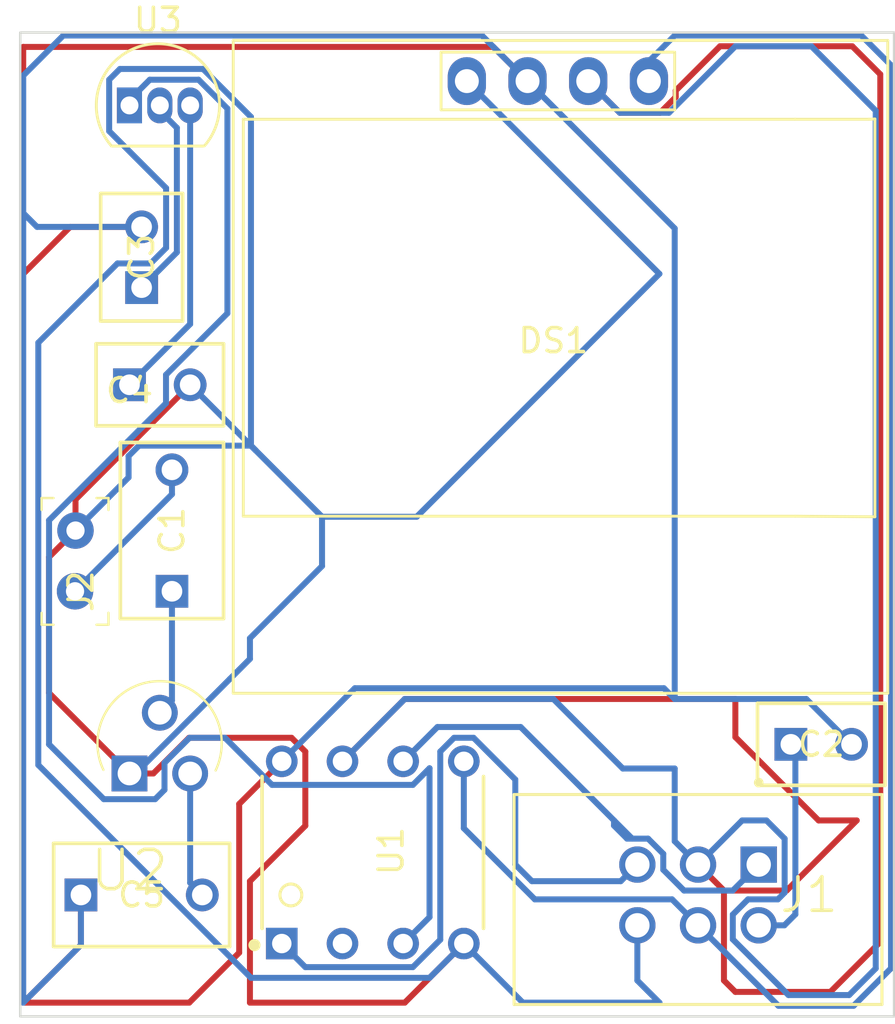
<source format=kicad_pcb>
(kicad_pcb (version 20221018) (generator pcbnew)
  (layers (0 "F.Cu" signal) (31 "B.Cu" signal) (34 "B.Paste" user) (35 "F.Paste" user) (36 "B.SilkS" user "B.Silkscreen") (37 "F.SilkS" user "F.Silkscreen") (38 "B.Mask" user) (39 "F.Mask" user) (44 "Edge.Cuts" user))
  (net 0 "")
  (net 1 "Net-(U2-VIN)")
  (net 2 "Net-(C1-Pad2)")
  (net 3 "Net-(C2-Pad1)")
  (net 4 "+3.3V")
  (net 5 "Net-(U3-IN)")
  (net 6 "Net-(U3-GND)")
  (net 7 "GND")
  (net 8 "Net-(U2-VOUT)")
  (net 9 "SCL")
  (net 10 "SDA")
  (net 11 "Net-(U1-PB1)")
  (net 12 "RST")
  (net 14 "Net-(U1-PB4)")
  (footprint "drive-download-20240408T220931Z-001:MCP1700-3302E_TO" (layer "F.Cu") (at 111.7976 79.316)
    (fp_text reference "U2" (at -2.54 6.604) (layer "F.SilkS") (effects (font (size 1.64185 1.64185))))
    (fp_text value "VRegulator")
    (fp_arc (start -3.6322 2.3876) (mid -1.85195 -1.256855) (end 1.3208 1.27) (stroke (width 0.1)) (layer "F.SilkS"))
    (fp_arc (start 1.3208 1.27) (mid 1.256389 1.855409) (end 1.0668 2.413) (stroke (width 0.1)) (layer "F.SilkS"))
    (pad "1" thru_hole rect (at -2.54 2.54) (size 1.4986 1.4986) (drill 0.9906) (layers "*.Cu" "*.Mask") (net 7 "GND"))
    (pad "2" thru_hole circle (at -1.27 0) (size 1.4986 1.4986) (drill 0.9906) (layers "*.Cu" "*.Mask") (net 1 "Net-(U2-VIN)"))
    (pad "3" thru_hole circle (at 0 2.54) (size 1.4986 1.4986) (drill 0.9906) (layers "*.Cu" "*.Mask") (net 8 "Net-(U2-VOUT)"))
  )
  (footprint "drive-download-20240408T221010Z-001:SSD1306" (layer "F.Cu") (at 127 63.5)
    (fp_text reference "DS1" (at 0 0.254) (layer "F.SilkS"))
    (fp_text value "OLDED display")
    (fp_line (start -13.4 -12.3) (end 14 -12.3) (stroke (width 0.12)) (layer "F.SilkS"))
    (fp_line (start -13.4 15) (end -13.4 -12.3) (stroke (width 0.12)) (layer "F.SilkS"))
    (fp_line (start -12.978 -9.005) (end 10.122 -9.005) (stroke (width 0.12)) (layer "F.SilkS"))
    (fp_line (start -12.978 7.595) (end -12.978 -9.005) (stroke (width 0.12)) (layer "F.SilkS"))
    (fp_line (start -4.699 -11.811) (end -4.699 -9.398) (stroke (width 0.12)) (layer "F.SilkS"))
    (fp_line (start -4.699 -11.811) (end 5.08 -11.811) (stroke (width 0.12)) (layer "F.SilkS"))
    (fp_line (start 5.08 -11.811) (end 5.08 -9.398) (stroke (width 0.12)) (layer "F.SilkS"))
    (fp_line (start 5.08 -9.398) (end -4.699 -9.398) (stroke (width 0.12)) (layer "F.SilkS"))
    (fp_line (start 10.122 -9.005) (end 13.208 -9.005) (stroke (width 0.12)) (layer "F.SilkS"))
    (fp_line (start 10.122 7.595) (end -12.978 7.595) (stroke (width 0.12)) (layer "F.SilkS"))
    (fp_line (start 10.122 7.595) (end 13.462 7.62) (stroke (width 0.12)) (layer "F.SilkS"))
    (fp_line (start 13.462 -9.017) (end 13.208 -9.005) (stroke (width 0.12)) (layer "F.SilkS"))
    (fp_line (start 13.462 7.62) (end 13.462 -9.017) (stroke (width 0.12)) (layer "F.SilkS"))
    (fp_line (start 14 -12.3) (end 14 15) (stroke (width 0.12)) (layer "F.SilkS"))
    (fp_line (start 14 15) (end -13.4 15) (stroke (width 0.12)) (layer "F.SilkS"))
    (pad "1" thru_hole oval (at -3.62 -10.6 90) (size 2 1.6) (drill 1) (layers "*.Cu" "*.Mask") (net 7 "GND"))
    (pad "2" thru_hole oval (at -1.08 -10.6 90) (size 2 1.6) (drill 1) (layers "*.Cu" "*.Mask") (net 4 "+3.3V"))
    (pad "3" thru_hole oval (at 1.46 -10.6 90) (size 2 1.6) (drill 1) (layers "*.Cu" "*.Mask") (net 9 "SCL"))
    (pad "4" thru_hole oval (at 4 -10.6 90) (size 2 1.6) (drill 1) (layers "*.Cu" "*.Mask") (net 10 "SDA"))
  )
  (footprint "Package_TO_SOT_THT:TO-92L_Inline" (layer "F.Cu") (at 109.2576 53.916)
    (fp_text reference "U3" (at 1.19 -3.56) (layer "F.SilkS"))
    (fp_text value "TMP sensor")
    (fp_line (start -0.75 1.7) (end 3.1 1.7) (stroke (width 0.12)) (layer "F.SilkS"))
    (fp_arc (start -0.75 1.7) (mid 1.183448 -2.579449) (end 3.138611 1.690122) (stroke (width 0.12)) (layer "F.SilkS"))
    (pad "1" thru_hole rect (at 0 0) (size 1.05 1.5) (drill 0.75) (layers "*.Cu" "*.Mask") (net 14 "Net-(U1-PB4)"))
    (pad "2" thru_hole oval (at 1.27 0) (size 1.05 1.5) (drill 0.75) (layers "*.Cu" "*.Mask") (net 5 "Net-(U3-IN)"))
    (pad "3" thru_hole oval (at 2.54 0) (size 1.05 1.5) (drill 0.75) (layers "*.Cu" "*.Mask") (net 6 "Net-(U3-GND)"))
  )
  (footprint "drive-download-20240408T220858Z-001:C320C104K5R5TA7317" (layer "F.Cu") (at 109.7656 61.536 90)
    (fp_text reference "C3" (at 1.27 0 90 unlocked) (layer "F.SilkS"))
    (fp_text value "Capacitor3")
    (fp_line (start -1.397 -1.7145) (end -1.397 1.7145) (stroke (width 0.1524)) (layer "F.SilkS"))
    (fp_line (start -1.397 1.7145) (end 3.937 1.7145) (stroke (width 0.1524)) (layer "F.SilkS"))
    (fp_line (start 3.937 -1.7145) (end -1.397 -1.7145) (stroke (width 0.1524)) (layer "F.SilkS"))
    (fp_line (start 3.937 1.7145) (end 3.937 -1.7145) (stroke (width 0.1524)) (layer "F.SilkS"))
    (pad "1" thru_hole rect (at 0 0 90) (size 1.3716 1.3716) (drill 0.8636) (layers "*.Cu" "*.Mask") (net 5 "Net-(U3-IN)"))
    (pad "2" thru_hole circle (at 2.54 0 90) (size 1.3716 1.3716) (drill 0.8636) (layers "*.Cu" "*.Mask") (net 4 "+3.3V"))
  )
  (footprint "drive-download-20240408T220916Z-001:ATTINY85-20PU" (layer "F.Cu") (at 119.443 85.158 90)
    (fp_text reference "U1" (at 0.05901 0.762 90) (layer "F.SilkS") (effects (font (size 1.000126 1.000126))))
    (fp_text value "ATTINY85-20PU")
    (fp_line (start -3.175 -4.635) (end 3.175 -4.635) (stroke (width 0.1524)) (layer "F.SilkS"))
    (fp_line (start 3.175 4.635) (end -3.175 4.635) (stroke (width 0.1524)) (layer "F.SilkS"))
    (fp_circle (center -3.876 -4.954) (end -3.622 -4.954) (fill solid) (layer "F.SilkS"))
    (fp_circle (center -1.778 -3.429) (end -1.320097 -3.429) (stroke (width 0.127)) (fill none) (layer "F.SilkS"))
    (pad "1" thru_hole rect (at -3.81 -3.81 90) (size 1.3208 1.3208) (drill 0.8128) (layers "*.Cu" "*.Mask") (net 12 "RST"))
    (pad "2" thru_hole circle (at -3.81 -1.27 90) (size 1.3208 1.3208) (drill 0.8128) (layers "*.Cu" "*.Mask"))
    (pad "3" thru_hole circle (at -3.81 1.27 90) (size 1.3208 1.3208) (drill 0.8128) (layers "*.Cu" "*.Mask") (net 14 "Net-(U1-PB4)"))
    (pad "4" thru_hole circle (at -3.81 3.81 90) (size 1.3208 1.3208) (drill 0.8128) (layers "*.Cu" "*.Mask") (net 7 "GND"))
    (pad "5" thru_hole circle (at 3.81 3.81 90) (size 1.3208 1.3208) (drill 0.8128) (layers "*.Cu" "*.Mask") (net 10 "SDA"))
    (pad "6" thru_hole circle (at 3.81 1.27 90) (size 1.3208 1.3208) (drill 0.8128) (layers "*.Cu" "*.Mask") (net 11 "Net-(U1-PB1)"))
    (pad "7" thru_hole circle (at 3.81 -1.27 90) (size 1.3208 1.3208) (drill 0.8128) (layers "*.Cu" "*.Mask") (net 9 "SCL"))
    (pad "8" thru_hole circle (at 3.81 -3.81 90) (size 1.3208 1.3208) (drill 0.8128) (layers "*.Cu" "*.Mask") (net 4 "+3.3V"))
  )
  (footprint "drive-download-20240408T220839Z-001:C330C105K5R5TA" (layer "F.Cu") (at 107.2256 86.936)
    (fp_text reference "C5" (at 2.54 0 unlocked) (layer "F.SilkS"))
    (fp_text value "Capacitor5")
    (fp_line (start -1.143 -2.159) (end -1.143 2.159) (stroke (width 0.1524)) (layer "F.SilkS"))
    (fp_line (start -1.143 2.159) (end 6.223 2.159) (stroke (width 0.1524)) (layer "F.SilkS"))
    (fp_line (start 6.223 -2.159) (end -1.143 -2.159) (stroke (width 0.1524)) (layer "F.SilkS"))
    (fp_line (start 6.223 2.159) (end 6.223 -2.159) (stroke (width 0.1524)) (layer "F.SilkS"))
    (pad "1" thru_hole rect (at 0 0) (size 1.3716 1.3716) (drill 0.8636) (layers "*.Cu" "*.Mask") (net 4 "+3.3V"))
    (pad "2" thru_hole circle (at 5.08 0) (size 1.3716 1.3716) (drill 0.8636) (layers "*.Cu" "*.Mask") (net 8 "Net-(U2-VOUT)"))
  )
  (footprint "drive-download-20240408T220953Z-001:30306-6002HB" (layer "F.Cu") (at 135.5974 85.666 -90)
    (fp_text reference "J1" (at 1.27 -2.1082 -180) (layer "F.SilkS") (effects (font (size 1.4 1.4))))
    (fp_text value "Socket")
    (fp_line (start -2.93 -5.16) (end 5.85 -5.16) (stroke (width 0.127)) (layer "F.SilkS"))
    (fp_line (start -2.93 10.24) (end -2.93 -5.16) (stroke (width 0.127)) (layer "F.SilkS"))
    (fp_line (start 5.85 -5.16) (end 5.85 10.24) (stroke (width 0.127)) (layer "F.SilkS"))
    (fp_line (start 5.85 10.24) (end -2.93 10.24) (stroke (width 0.127)) (layer "F.SilkS"))
    (fp_circle (center -3.43 0) (end -3.33 0) (stroke (width 0.2)) (fill none) (layer "F.SilkS"))
    (pad "1" thru_hole rect (at 0 0 270) (size 1.52 1.52) (drill 1.02) (layers "*.Cu" "*.Mask") (net 11 "Net-(U1-PB1)"))
    (pad "2" thru_hole circle (at 2.54 0 270) (size 1.52 1.52) (drill 1.02) (layers "*.Cu" "*.Mask") (net 3 "Net-(C2-Pad1)"))
    (pad "3" thru_hole circle (at 0 2.54 270) (size 1.52 1.52) (drill 1.02) (layers "*.Cu" "*.Mask") (net 9 "SCL"))
    (pad "4" thru_hole circle (at 2.54 2.54 270) (size 1.52 1.52) (drill 1.02) (layers "*.Cu" "*.Mask") (net 10 "SDA"))
    (pad "5" thru_hole circle (at 0 5.08 270) (size 1.52 1.52) (drill 1.02) (layers "*.Cu" "*.Mask") (net 12 "RST"))
    (pad "6" thru_hole circle (at 2.54 5.08 270) (size 1.52 1.52) (drill 1.02) (layers "*.Cu" "*.Mask") (net 7 "GND"))
  )
  (footprint "digikey-footprints:PinHeader_1x2_P2.54mm" (layer "F.Cu") (at 106.978199 74.236 90)
    (fp_text reference "J2" (at 0 0.247401 90) (layer "F.SilkS"))
    (fp_text value "Pin header")
    (fp_line (start -1.4 -1.4) (end -1.4 -0.9) (stroke (width 0.1)) (layer "F.SilkS"))
    (fp_line (start -1.4 -1.4) (end -0.9 -1.4) (stroke (width 0.1)) (layer "F.SilkS"))
    (fp_line (start -1.4 1.4) (end -1.4 0.9) (stroke (width 0.1)) (layer "F.SilkS"))
    (fp_line (start -1.4 1.4) (end -0.9 1.4) (stroke (width 0.1)) (layer "F.SilkS"))
    (fp_line (start 3.9 -1.4) (end 3.4 -1.4) (stroke (width 0.1)) (layer "F.SilkS"))
    (fp_line (start 3.9 -1.4) (end 3.9 -0.9) (stroke (width 0.1)) (layer "F.SilkS"))
    (fp_line (start 3.9 1.4) (end 3.4 1.4) (stroke (width 0.1)) (layer "F.SilkS"))
    (fp_line (start 3.9 1.4) (end 3.9 0.9) (stroke (width 0.1)) (layer "F.SilkS"))
    (pad "1" thru_hole circle (at 0 0 90) (size 1.524 1.524) (drill 0.762) (layers "*.Cu" "*.Mask") (net 2 "Net-(C1-Pad2)"))
    (pad "2" thru_hole circle (at 2.54 0.02 90) (size 1.524 1.524) (drill 0.762) (layers "*.Cu" "*.Mask") (net 7 "GND"))
  )
  (footprint "drive-download-20240408T220858Z-001:C320C104K5R5TA7317" (layer "F.Cu") (at 136.9436 80.6368)
    (fp_text reference "C2" (at 1.27 0 unlocked) (layer "F.SilkS"))
    (fp_text value "Capacitor2")
    (fp_line (start -1.397 -1.7145) (end -1.397 1.7145) (stroke (width 0.1524)) (layer "F.SilkS"))
    (fp_line (start -1.397 1.7145) (end 3.937 1.7145) (stroke (width 0.1524)) (layer "F.SilkS"))
    (fp_line (start 3.937 -1.7145) (end -1.397 -1.7145) (stroke (width 0.1524)) (layer "F.SilkS"))
    (fp_line (start 3.937 1.7145) (end 3.937 -1.7145) (stroke (width 0.1524)) (layer "F.SilkS"))
    (pad "1" thru_hole rect (at 0 0) (size 1.3716 1.3716) (drill 0.8636) (layers "*.Cu" "*.Mask") (net 3 "Net-(C2-Pad1)"))
    (pad "2" thru_hole circle (at 2.54 0) (size 1.3716 1.3716) (drill 0.8636) (layers "*.Cu" "*.Mask") (net 4 "+3.3V"))
  )
  (footprint "drive-download-20240408T220858Z-001:C320C104K5R5TA7317" (layer "F.Cu") (at 109.2576 65.6)
    (fp_text reference "C4" (at 0 0.2446 unlocked) (layer "F.SilkS"))
    (fp_text value "C4")
    (fp_line (start -1.397 -1.7145) (end -1.397 1.7145) (stroke (width 0.1524)) (layer "F.SilkS"))
    (fp_line (start -1.397 1.7145) (end 3.937 1.7145) (stroke (width 0.1524)) (layer "F.SilkS"))
    (fp_line (start 3.937 -1.7145) (end -1.397 -1.7145) (stroke (width 0.1524)) (layer "F.SilkS"))
    (fp_line (start 3.937 1.7145) (end 3.937 -1.7145) (stroke (width 0.1524)) (layer "F.SilkS"))
    (pad "1" thru_hole rect (at 0 0) (size 1.3716 1.3716) (drill 0.8636) (layers "*.Cu" "*.Mask") (net 6 "Net-(U3-GND)"))
    (pad "2" thru_hole circle (at 2.54 0) (size 1.3716 1.3716) (drill 0.8636) (layers "*.Cu" "*.Mask") (net 7 "GND"))
  )
  (footprint "drive-download-20240408T220839Z-001:C330C105K5R5TA" (layer "F.Cu") (at 111.0356 74.236 90)
    (fp_text reference "C1" (at 2.54 0 90 unlocked) (layer "F.SilkS"))
    (fp_text value "Capacitor1")
    (fp_line (start -1.143 -2.159) (end -1.143 2.159) (stroke (width 0.1524)) (layer "F.SilkS"))
    (fp_line (start -1.143 2.159) (end 6.223 2.159) (stroke (width 0.1524)) (layer "F.SilkS"))
    (fp_line (start 6.223 -2.159) (end -1.143 -2.159) (stroke (width 0.1524)) (layer "F.SilkS"))
    (fp_line (start 6.223 2.159) (end 6.223 -2.159) (stroke (width 0.1524)) (layer "F.SilkS"))
    (pad "1" thru_hole rect (at 0 0 90) (size 1.3716 1.3716) (drill 0.8636) (layers "*.Cu" "*.Mask") (net 1 "Net-(U2-VIN)"))
    (pad "2" thru_hole circle (at 5.08 0 90) (size 1.3716 1.3716) (drill 0.8636) (layers "*.Cu" "*.Mask") (net 2 "Net-(C1-Pad2)"))
  )
  (gr_rect (start 104.6856 50.868) (end 141.2616 92.016) (stroke (width 0.1)) (fill none) (layer "Edge.Cuts"))
  (segment (start 111.0356 78.808) (end 110.5276 79.316) (width 0.25) (layer "B.Cu") (net 1))
  (segment (start 111.0356 74.236) (end 111.0356 78.808) (width 0.25) (layer "B.Cu") (net 1))
  (segment (start 111.0356 70.178599) (end 106.978199 74.236) (width 0.25) (layer "B.Cu") (net 2))
  (segment (start 111.0356 69.156) (end 111.0356 70.178599) (width 0.25) (layer "B.Cu") (net 2))
  (segment (start 137.1324 87.745802) (end 137.1324 80.8256) (width 0.25) (layer "B.Cu") (net 3))
  (segment (start 137.1324 80.8256) (end 136.9436 80.6368) (width 0.25) (layer "B.Cu") (net 3))
  (segment (start 136.672202 88.206) (end 137.1324 87.745802) (width 0.25) (layer "B.Cu") (net 3))
  (segment (start 135.5974 88.206) (end 136.672202 88.206) (width 0.25) (layer "B.Cu") (net 3))
  (segment (start 105.7453 90.5053) (end 107.2256 89.025) (width 0.25) (layer "F.Cu") (net 4))
  (segment (start 104.8106 60.96) (end 106.7746 58.996) (width 0.25) (layer "F.Cu") (net 4))
  (segment (start 113.85 89.35) (end 113.85 83.131) (width 0.25) (layer "F.Cu") (net 4))
  (segment (start 104.8106 83.82) (end 104.8106 91.44) (width 0.25) (layer "F.Cu") (net 4))
  (segment (start 104.8106 91.44) (end 111.76 91.44) (width 0.25) (layer "F.Cu") (net 4))
  (segment (start 113.85 83.131) (end 115.633 81.348) (width 0.25) (layer "F.Cu") (net 4))
  (segment (start 111.76 91.44) (end 113.85 89.35) (width 0.25) (layer "F.Cu") (net 4))
  (segment (start 104.8106 60.96) (end 104.8106 83.82) (width 0.25) (layer "F.Cu") (net 4))
  (segment (start 125.92 52.9) (end 124.4906 51.4706) (width 0.25) (layer "F.Cu") (net 4))
  (segment (start 104.8106 91.44) (end 105.7453 90.5053) (width 0.25) (layer "F.Cu") (net 4))
  (segment (start 124.4906 51.4706) (end 104.8106 51.4706) (width 0.25) (layer "F.Cu") (net 4))
  (segment (start 104.8106 51.4706) (end 104.8106 60.96) (width 0.25) (layer "F.Cu") (net 4))
  (segment (start 107.2256 89.025) (end 107.2256 86.936) (width 0.25) (layer "F.Cu") (net 4))
  (segment (start 106.7746 58.996) (end 109.7656 58.996) (width 0.25) (layer "F.Cu") (net 4))
  (segment (start 125.92 52.9) (end 132.08 59.06) (width 0.25) (layer "B.Cu") (net 4))
  (segment (start 118.691 78.29) (end 131.63 78.29) (width 0.25) (layer "B.Cu") (net 4))
  (segment (start 137.5868 78.74) (end 139.4836 80.6368) (width 0.25) (layer "B.Cu") (net 4))
  (segment (start 104.8106 58.42) (end 104.8106 91.44) (width 0.25) (layer "B.Cu") (net 4))
  (segment (start 125.92 52.9) (end 124.013 50.993) (width 0.25) (layer "B.Cu") (net 4))
  (segment (start 104.8106 52.6694) (end 104.8106 58.42) (width 0.25) (layer "B.Cu") (net 4))
  (segment (start 115.633 81.348) (end 118.691 78.29) (width 0.25) (layer "B.Cu") (net 4))
  (segment (start 132.08 78.74) (end 137.5868 78.74) (width 0.25) (layer "B.Cu") (net 4))
  (segment (start 107.2256 89.025) (end 107.2256 86.936) (width 0.25) (layer "B.Cu") (net 4))
  (segment (start 106.487 50.993) (end 104.8106 52.6694) (width 0.25) (layer "B.Cu") (net 4))
  (segment (start 104.8106 91.44) (end 107.2256 89.025) (width 0.25) (layer "B.Cu") (net 4))
  (segment (start 104.8106 58.42) (end 105.3866 58.996) (width 0.25) (layer "B.Cu") (net 4))
  (segment (start 124.013 50.993) (end 106.487 50.993) (width 0.25) (layer "B.Cu") (net 4))
  (segment (start 131.63 78.29) (end 132.08 78.74) (width 0.25) (layer "B.Cu") (net 4))
  (segment (start 132.08 59.06) (end 132.08 78.74) (width 0.25) (layer "B.Cu") (net 4))
  (segment (start 105.3866 58.996) (end 109.7656 58.996) (width 0.25) (layer "B.Cu") (net 4))
  (segment (start 111.240602 60.060998) (end 109.7656 61.536) (width 0.25) (layer "B.Cu") (net 5))
  (segment (start 110.5276 54.141) (end 111.240602 54.854002) (width 0.25) (layer "B.Cu") (net 5))
  (segment (start 111.240602 54.854002) (end 111.240602 60.060998) (width 0.25) (layer "B.Cu") (net 5))
  (segment (start 111.7976 63.06) (end 109.2576 65.6) (width 0.25) (layer "B.Cu") (net 6))
  (segment (start 111.7976 53.916) (end 111.7976 63.06) (width 0.25) (layer "B.Cu") (net 6))
  (segment (start 105.891199 78.489599) (end 109.2576 81.856) (width 0.25) (layer "F.Cu") (net 7))
  (segment (start 116.041167 80.3626) (end 116.6184 80.939833) (width 0.25) (layer "F.Cu") (net 7))
  (segment (start 120.781 91.44) (end 123.253 88.968) (width 0.25) (layer "F.Cu") (net 7))
  (segment (start 106.998199 71.696) (end 105.891199 72.803) (width 0.25) (layer "F.Cu") (net 7))
  (segment (start 111.7503 80.3626) (end 116.041167 80.3626) (width 0.25) (layer "F.Cu") (net 7))
  (segment (start 116.6184 84.0416) (end 114.3 86.36) (width 0.25) (layer "F.Cu") (net 7))
  (segment (start 106.998199 70.399401) (end 111.7976 65.6) (width 0.25) (layer "F.Cu") (net 7))
  (segment (start 116.6184 80.939833) (end 116.6184 84.0416) (width 0.25) (layer "F.Cu") (net 7))
  (segment (start 105.891199 72.803) (end 105.891199 78.489599) (width 0.25) (layer "F.Cu") (net 7))
  (segment (start 114.3 86.36) (end 114.3 91.44) (width 0.25) (layer "F.Cu") (net 7))
  (segment (start 114.3 91.44) (end 120.781 91.44) (width 0.25) (layer "F.Cu") (net 7))
  (segment (start 106.998199 71.696) (end 106.998199 70.399401) (width 0.25) (layer "F.Cu") (net 7))
  (segment (start 109.2576 81.856) (end 110.2569 81.856) (width 0.25) (layer "F.Cu") (net 7))
  (segment (start 110.2569 81.856) (end 111.7503 80.3626) (width 0.25) (layer "F.Cu") (net 7))
  (segment (start 110.140004 60.5252) (end 110.790602 59.874602) (width 0.25) (layer "B.Cu") (net 7))
  (segment (start 108.8576 52.391) (end 112.336078 52.391) (width 0.25) (layer "B.Cu") (net 7))
  (segment (start 117.3176 73.1824) (end 114.3 76.2) (width 0.25) (layer "B.Cu") (net 7))
  (segment (start 110.790602 57.374002) (end 108.4076 54.991) (width 0.25) (layer "B.Cu") (net 7))
  (segment (start 114.3428 68.1452) (end 109.6548 68.1452) (width 0.25) (layer "B.Cu") (net 7))
  (segment (start 109.6548 68.1452) (end 109.22 68.58) (width 0.25) (layer "B.Cu") (net 7))
  (segment (start 121.8176 90.4034) (end 114.343512 90.4034) (width 0.25) (layer "B.Cu") (net 7))
  (segment (start 121.28 71.12) (end 117.3176 71.12) (width 0.25) (layer "B.Cu") (net 7))
  (segment (start 114.3428 54.397722) (end 114.3428 68.1452) (width 0.25) (layer "B.Cu") (net 7))
  (segment (start 117.3176 71.12) (end 117.3176 73.1824) (width 0.25) (layer "B.Cu") (net 7))
  (segment (start 112.336078 52.391) (end 114.3428 54.397722) (width 0.25) (layer "B.Cu") (net 7))
  (segment (start 113.461445 77.901445) (end 109.50689 81.856) (width 0.25) (layer "B.Cu") (net 7))
  (segment (start 109.50689 81.856) (end 109.2576 81.856) (width 0.25) (layer "B.Cu") (net 7))
  (segment (start 125.725 91.44) (end 131.443604 91.44) (width 0.25) (layer "B.Cu") (net 7))
  (segment (start 108.7548 60.5252) (end 110.140004 60.5252) (width 0.25) (layer "B.Cu") (net 7))
  (segment (start 123.38 52.9) (end 131.44 60.96) (width 0.25) (layer "B.Cu") (net 7))
  (segment (start 109.22 68.58) (end 109.22 69.474199) (width 0.25) (layer "B.Cu") (net 7))
  (segment (start 114.5388 68.3412) (end 114.3428 68.1452) (width 0.25) (layer "B.Cu") (net 7))
  (segment (start 105.441199 63.838801) (end 108.7548 60.5252) (width 0.25) (layer "B.Cu") (net 7))
  (segment (start 114.3 77.06289) (end 113.461445 77.901445) (width 0.25) (layer "B.Cu") (net 7))
  (segment (start 130.5174 90.513796) (end 130.5174 88.206) (width 0.25) (layer "B.Cu") (net 7))
  (segment (start 106.998199 72.220199) (end 106.998199 71.696) (width 0.25) (layer "B.Cu") (net 7))
  (segment (start 108.4076 54.991) (end 108.4076 52.841) (width 0.25) (layer "B.Cu") (net 7))
  (segment (start 131.443604 91.44) (end 130.5174 90.513796) (width 0.25) (layer "B.Cu") (net 7))
  (segment (start 109.22 69.474199) (end 106.998199 71.696) (width 0.25) (layer "B.Cu") (net 7))
  (segment (start 105.441199 81.501087) (end 105.441199 63.838801) (width 0.25) (layer "B.Cu") (net 7))
  (segment (start 114.5388 68.3412) (end 111.7976 65.6) (width 0.25) (layer "B.Cu") (net 7))
  (segment (start 131.44 60.96) (end 121.28 71.12) (width 0.25) (layer "B.Cu") (net 7))
  (segment (start 110.790602 59.874602) (end 110.790602 57.374002) (width 0.25) (layer "B.Cu") (net 7))
  (segment (start 114.3 76.2) (end 114.3 77.06289) (width 0.25) (layer "B.Cu") (net 7))
  (segment (start 108.4076 52.841) (end 108.8576 52.391) (width 0.25) (layer "B.Cu") (net 7))
  (segment (start 114.343512 90.4034) (end 105.441199 81.501087) (width 0.25) (layer "B.Cu") (net 7))
  (segment (start 123.253 88.968) (end 125.725 91.44) (width 0.25) (layer "B.Cu") (net 7))
  (segment (start 123.253 88.968) (end 121.8176 90.4034) (width 0.25) (layer "B.Cu") (net 7))
  (segment (start 117.3176 71.12) (end 114.5388 68.3412) (width 0.25) (layer "B.Cu") (net 7))
  (segment (start 111.7976 81.856) (end 111.7976 86.428) (width 0.25) (layer "B.Cu") (net 8))
  (segment (start 111.7976 86.428) (end 112.3056 86.936) (width 0.25) (layer "B.Cu") (net 8))
  (segment (start 134.62 80.3348) (end 134.62 78.74) (width 0.25) (layer "F.Cu") (net 9))
  (segment (start 131.46599 54.225) (end 132.125 53.56599) (width 0.25) (layer "F.Cu") (net 9))
  (segment (start 128.46 52.9) (end 129.785 54.225) (width 0.25) (layer "F.Cu") (net 9))
  (segment (start 120.781 78.74) (end 118.173 81.348) (width 0.25) (layer "F.Cu") (net 9))
  (segment (start 134.1424 86.751) (end 133.0574 85.666) (width 0.25) (layer "F.Cu") (net 9))
  (segment (start 134.1424 86.751) (end 136.769 86.751) (width 0.25) (layer "F.Cu") (net 9))
  (segment (start 138.1052 83.82) (end 134.62 80.3348) (width 0.25) (layer "F.Cu") (net 9))
  (segment (start 139.7 83.82) (end 138.1052 83.82) (width 0.25) (layer "F.Cu") (net 9))
  (segment (start 133.977 51.443) (end 139.513604 51.443) (width 0.25) (layer "F.Cu") (net 9))
  (segment (start 140.6866 52.615996) (end 140.6866 88.9) (width 0.25) (layer "F.Cu") (net 9))
  (segment (start 134.62 78.74) (end 120.781 78.74) (width 0.25) (layer "F.Cu") (net 9))
  (segment (start 134.1424 90.5124) (end 134.1424 86.751) (width 0.25) (layer "F.Cu") (net 9))
  (segment (start 132.125 53.56599) (end 132.125 53.295) (width 0.25) (layer "F.Cu") (net 9))
  (segment (start 129.785 54.225) (end 131.46599 54.225) (width 0.25) (layer "F.Cu") (net 9))
  (segment (start 132.125 53.295) (end 133.977 51.443) (width 0.25) (layer "F.Cu") (net 9))
  (segment (start 140.6866 88.9) (end 138.5966 90.99) (width 0.25) (layer "F.Cu") (net 9))
  (segment (start 139.513604 51.443) (end 140.6866 52.615996) (width 0.25) (layer "F.Cu") (net 9))
  (segment (start 136.769 86.751) (end 139.7 83.82) (width 0.25) (layer "F.Cu") (net 9))
  (segment (start 134.62 90.99) (end 134.1424 90.5124) (width 0.25) (layer "F.Cu") (net 9))
  (segment (start 138.5966 90.99) (end 134.62 90.99) (width 0.25) (layer "F.Cu") (net 9))
  (segment (start 136.6824 84.581) (end 135.9214 83.82) (width 0.25) (layer "B.Cu") (net 9))
  (segment (start 140.4944 90.009204) (end 139.381802 91.121802) (width 0.25) (layer "B.Cu") (net 9))
  (segment (start 134.9034 83.82) (end 133.0574 85.666) (width 0.25) (layer "B.Cu") (net 9))
  (segment (start 132.08 81.6476) (end 129.9076 81.6476) (width 0.25) (layer "B.Cu") (net 9))
  (segment (start 134.5124 87.756578) (end 135.147978 87.121) (width 0.25) (layer "B.Cu") (net 9))
  (segment (start 129.785 54.225) (end 131.838 54.225) (width 0.25) (layer "B.Cu") (net 9))
  (segment (start 136.6824 86.8376) (end 136.6824 84.581) (width 0.25) (layer "B.Cu") (net 9))
  (segment (start 136.399 87.121) (end 136.6824 86.8376) (width 0.25) (layer "B.Cu") (net 9))
  (segment (start 134.5124 88.7924) (end 134.5124 87.756578) (width 0.25) (layer "B.Cu") (net 9))
  (segment (start 129.9076 81.6476) (end 127 78.74) (width 0.25) (layer "B.Cu") (net 9))
  (segment (start 137.803 51.443) (end 140.4944 54.1344) (width 0.25) (layer "B.Cu") (net 9))
  (segment (start 139.381802 91.121802) (end 136.841802 91.121802) (width 0.25) (layer "B.Cu") (net 9))
  (segment (start 128.46 52.9) (end 129.785 54.225) (width 0.25) (layer "B.Cu") (net 9))
  (segment (start 140.4944 54.1344) (end 140.4944 90.009204) (width 0.25) (layer "B.Cu") (net 9))
  (segment (start 127 78.74) (end 120.781 78.74) (width 0.25) (layer "B.Cu") (net 9))
  (segment (start 135.147978 87.121) (end 136.399 87.121) (width 0.25) (layer "B.Cu") (net 9))
  (segment (start 134.62 51.443) (end 137.803 51.443) (width 0.25) (layer "B.Cu") (net 9))
  (segment (start 135.9214 83.82) (end 134.9034 83.82) (width 0.25) (layer "B.Cu") (net 9))
  (segment (start 131.838 54.225) (end 134.62 51.443) (width 0.25) (layer "B.Cu") (net 9))
  (segment (start 132.08 84.6886) (end 132.08 81.6476) (width 0.25) (layer "B.Cu") (net 9))
  (segment (start 133.0574 85.666) (end 132.08 84.6886) (width 0.25) (layer "B.Cu") (net 9))
  (segment (start 136.841802 91.121802) (end 134.5124 88.7924) (width 0.25) (layer "B.Cu") (net 9))
  (segment (start 120.781 78.74) (end 118.173 81.348) (width 0.25) (layer "B.Cu") (net 9))
  (segment (start 139.568198 91.571802) (end 136.423202 91.571802) (width 0.25) (layer "B.Cu") (net 10))
  (segment (start 126.227171 87.121) (end 131.9724 87.121) (width 0.25) (layer "B.Cu") (net 10))
  (segment (start 141.1366 52.2366) (end 141.1366 90.0034) (width 0.25) (layer "B.Cu") (net 10))
  (segment (start 132.08 50.993) (end 139.893 50.993) (width 0.25) (layer "B.Cu") (net 10))
  (segment (start 123.253 81.348) (end 123.253 84.146829) (width 0.25) (layer "B.Cu") (net 10))
  (segment (start 133.0574 88.206) (end 132.774 88.206) (width 0.25) (layer "B.Cu") (net 10))
  (segment (start 131.9724 87.121) (end 133.0574 88.206) (width 0.25) (layer "B.Cu") (net 10))
  (segment (start 139.893 50.993) (end 141.1366 52.2366) (width 0.25) (layer "B.Cu") (net 10))
  (segment (start 131 52.9) (end 131 52.073) (width 0.25) (layer "B.Cu") (net 10))
  (segment (start 136.423202 91.571802) (end 133.0574 88.206) (width 0.25) (layer "B.Cu") (net 10))
  (segment (start 131 52.073) (end 132.08 50.993) (width 0.25) (layer "B.Cu") (net 10))
  (segment (start 141.1366 90.0034) (end 139.568198 91.571802) (width 0.25) (layer "B.Cu") (net 10))
  (segment (start 123.253 84.146829) (end 126.227171 87.121) (width 0.25) (layer "B.Cu") (net 10))
  (segment (start 122.1484 79.9126) (end 125.6326 79.9126) (width 0.25) (layer "B.Cu") (net 11))
  (segment (start 131.6024 85.8824) (end 131.6024 85.216578) (width 0.25) (layer "B.Cu") (net 11))
  (segment (start 129.54 83.82) (end 130.301 84.581) (width 0.25) (layer "B.Cu") (net 11))
  (segment (start 130.966822 84.581) (end 130.0858 84.581) (width 0.25) (layer "B.Cu") (net 11))
  (segment (start 131.6024 85.216578) (end 130.966822 84.581) (width 0.25) (layer "B.Cu") (net 11))
  (segment (start 120.713 81.348) (end 122.1484 79.9126) (width 0.25) (layer "B.Cu") (net 11))
  (segment (start 130.0858 84.581) (end 129.54 84.0352) (width 0.25) (layer "B.Cu") (net 11))
  (segment (start 125.6326 79.9126) (end 129.54 83.82) (width 0.25) (layer "B.Cu") (net 11))
  (segment (start 132.471 86.751) (end 131.6024 85.8824) (width 0.25) (layer "B.Cu") (net 11))
  (segment (start 135.5974 85.666) (end 134.5124 86.751) (width 0.25) (layer "B.Cu") (net 11))
  (segment (start 134.5124 86.751) (end 132.471 86.751) (width 0.25) (layer "B.Cu") (net 11))
  (segment (start 129.54 84.0352) (end 129.54 83.82) (width 0.25) (layer "B.Cu") (net 11))
  (segment (start 116.6184 89.9534) (end 121.121167 89.9534) (width 0.25) (layer "B.Cu") (net 12))
  (segment (start 121.121167 89.9534) (end 122.2676 88.806967) (width 0.25) (layer "B.Cu") (net 12))
  (segment (start 129.8234 86.36) (end 130.5174 85.666) (width 0.25) (layer "B.Cu") (net 12))
  (segment (start 125.408567 82.11) (end 125.408567 85.666) (width 0.25) (layer "B.Cu") (net 12))
  (segment (start 125.408567 85.666) (end 126.102567 86.36) (width 0.25) (layer "B.Cu") (net 12))
  (segment (start 115.633 88.968) (end 116.6184 89.9534) (width 0.25) (layer "B.Cu") (net 12))
  (segment (start 126.102567 86.36) (end 129.8234 86.36) (width 0.25) (layer "B.Cu") (net 12))
  (segment (start 123.661167 80.3626) (end 125.408567 82.11) (width 0.25) (layer "B.Cu") (net 12))
  (segment (start 122.844833 80.3626) (end 123.661167 80.3626) (width 0.25) (layer "B.Cu") (net 12))
  (segment (start 122.2676 88.806967) (end 122.2676 80.939833) (width 0.25) (layer "B.Cu") (net 12))
  (segment (start 122.2676 80.939833) (end 122.844833 80.3626) (width 0.25) (layer "B.Cu") (net 12))
  (segment (start 110.7233 81.41101) (end 110.7233 82.5389) (width 0.25) (layer "B.Cu") (net 14))
  (segment (start 121.121167 82.3334) (end 115.224833 82.3334) (width 0.25) (layer "B.Cu") (net 14))
  (segment (start 113.254033 80.3626) (end 111.77171 80.3626) (width 0.25) (layer "B.Cu") (net 14))
  (segment (start 110.7868 65.181312) (end 113.356794 62.611318) (width 0.25) (layer "B.Cu") (net 14))
  (segment (start 115.224833 82.3334) (end 113.254033 80.3626) (width 0.25) (layer "B.Cu") (net 14))
  (segment (start 110.1076 52.841) (end 109.2576 53.691) (width 0.25) (layer "B.Cu") (net 14))
  (segment (start 120.713 88.968) (end 121.8176 87.8634) (width 0.25) (layer "B.Cu") (net 14))
  (segment (start 108.1833 82.9303) (end 105.891199 80.638199) (width 0.25) (layer "B.Cu") (net 14))
  (segment (start 121.8176 81.636967) (end 121.121167 82.3334) (width 0.25) (layer "B.Cu") (net 14))
  (segment (start 121.8176 87.8634) (end 121.8176 81.636967) (width 0.25) (layer "B.Cu") (net 14))
  (segment (start 110.7868 66.370148) (end 110.7868 65.181312) (width 0.25) (layer "B.Cu") (net 14))
  (segment (start 112.149682 52.841) (end 110.1076 52.841) (width 0.25) (layer "B.Cu") (net 14))
  (segment (start 111.77171 80.3626) (end 110.7233 81.41101) (width 0.25) (layer "B.Cu") (net 14))
  (segment (start 113.356794 62.611318) (end 113.356794 54.048112) (width 0.25) (layer "B.Cu") (net 14))
  (segment (start 105.891199 71.265749) (end 110.7868 66.370148) (width 0.25) (layer "B.Cu") (net 14))
  (segment (start 105.891199 80.638199) (end 105.891199 71.265749) (width 0.25) (layer "B.Cu") (net 14))
  (segment (start 113.356794 54.048112) (end 112.149682 52.841) (width 0.25) (layer "B.Cu") (net 14))
  (segment (start 110.3319 82.9303) (end 108.1833 82.9303) (width 0.25) (layer "B.Cu") (net 14))
  (segment (start 110.7233 82.5389) (end 110.3319 82.9303) (width 0.25) (layer "B.Cu") (net 14))
)
</source>
